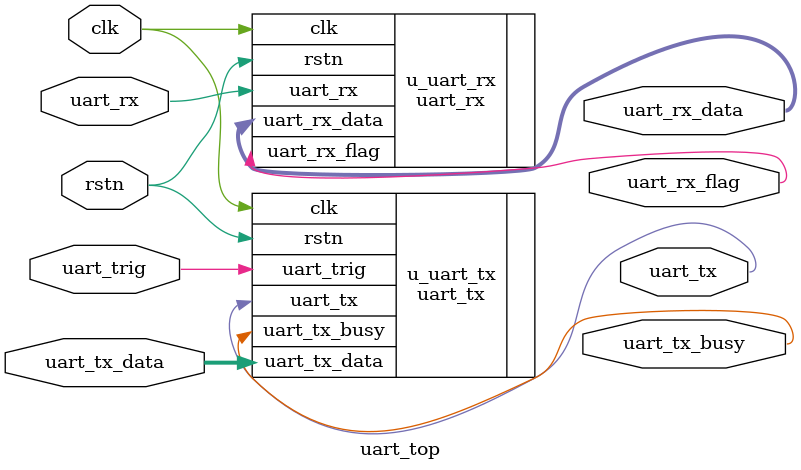
<source format=v>
`timescale 1ns / 1ns
module uart_top
(
    input        rstn         ,
    input        clk          ,
    // usr
    input        uart_trig    ,
    input  [7:0] uart_tx_data ,
    output       uart_tx_busy ,
    output [7:0] uart_rx_data ,
    output       uart_rx_flag ,
    // uart
    output       uart_tx      ,
    input        uart_rx
);
//-------------------------------------------------------------------------------
uart_tx u_uart_tx
(
    .clk          (clk          ),
    .rstn         (rstn         ),
    .uart_trig    (uart_trig    ),
    .uart_tx_data (uart_tx_data ),
    .uart_tx_busy (uart_tx_busy ),
    .uart_tx      (uart_tx      )
);
uart_rx u_uart_rx
(
    .rstn         (rstn         ),
    .clk          (clk          ),
    .uart_rx      (uart_rx      ),
    .uart_rx_data (uart_rx_data ),
    .uart_rx_flag (uart_rx_flag )
);
//-------------------------------------------------------------------------------
endmodule


</source>
